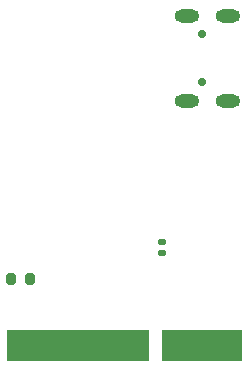
<source format=gbr>
G04 #@! TF.GenerationSoftware,KiCad,Pcbnew,(6.0.1)*
G04 #@! TF.CreationDate,2022-02-18T21:00:09+08:00*
G04 #@! TF.ProjectId,STM32_FOC_Board,53544d33-325f-4464-9f43-5f426f617264,rev?*
G04 #@! TF.SameCoordinates,Original*
G04 #@! TF.FileFunction,Soldermask,Bot*
G04 #@! TF.FilePolarity,Negative*
%FSLAX46Y46*%
G04 Gerber Fmt 4.6, Leading zero omitted, Abs format (unit mm)*
G04 Created by KiCad (PCBNEW (6.0.1)) date 2022-02-18 21:00:09*
%MOMM*%
%LPD*%
G01*
G04 APERTURE LIST*
G04 Aperture macros list*
%AMRoundRect*
0 Rectangle with rounded corners*
0 $1 Rounding radius*
0 $2 $3 $4 $5 $6 $7 $8 $9 X,Y pos of 4 corners*
0 Add a 4 corners polygon primitive as box body*
4,1,4,$2,$3,$4,$5,$6,$7,$8,$9,$2,$3,0*
0 Add four circle primitives for the rounded corners*
1,1,$1+$1,$2,$3*
1,1,$1+$1,$4,$5*
1,1,$1+$1,$6,$7*
1,1,$1+$1,$8,$9*
0 Add four rect primitives between the rounded corners*
20,1,$1+$1,$2,$3,$4,$5,0*
20,1,$1+$1,$4,$5,$6,$7,0*
20,1,$1+$1,$6,$7,$8,$9,0*
20,1,$1+$1,$8,$9,$2,$3,0*%
G04 Aperture macros list end*
%ADD10C,0.100000*%
%ADD11O,2.100600X1.102400*%
%ADD12C,0.701000*%
%ADD13RoundRect,0.200000X0.200000X0.275000X-0.200000X0.275000X-0.200000X-0.275000X0.200000X-0.275000X0*%
%ADD14RoundRect,0.140000X-0.170000X0.140000X-0.170000X-0.140000X0.170000X-0.140000X0.170000X0.140000X0*%
G04 APERTURE END LIST*
D10*
X143224999Y-111887508D02*
X149924999Y-111887508D01*
X149924999Y-111887508D02*
X149924999Y-109387508D01*
X149924999Y-109387508D02*
X143224999Y-109387508D01*
X143224999Y-109387508D02*
X143224999Y-111887508D01*
G36*
X149924999Y-111887508D02*
G01*
X143224999Y-111887508D01*
X143224999Y-109387508D01*
X149924999Y-109387508D01*
X149924999Y-111887508D01*
G37*
X149924999Y-111887508D02*
X143224999Y-111887508D01*
X143224999Y-109387508D01*
X149924999Y-109387508D01*
X149924999Y-111887508D01*
X130074999Y-111887508D02*
X142024999Y-111887508D01*
X142024999Y-111887508D02*
X142024999Y-109387508D01*
X142024999Y-109387508D02*
X130074999Y-109387508D01*
X130074999Y-109387508D02*
X130074999Y-111887508D01*
G36*
X142024999Y-111887508D02*
G01*
X130074999Y-111887508D01*
X130074999Y-109387508D01*
X142024999Y-109387508D01*
X142024999Y-111887508D01*
G37*
X142024999Y-111887508D02*
X130074999Y-111887508D01*
X130074999Y-109387508D01*
X142024999Y-109387508D01*
X142024999Y-111887508D01*
D11*
X148799600Y-82757000D03*
X148799600Y-89955400D03*
X145330000Y-82757000D03*
X145330000Y-89955400D03*
D12*
X146650800Y-88355200D03*
X146650800Y-84357200D03*
D13*
X132060200Y-105068100D03*
X130410200Y-105068100D03*
D14*
X143256000Y-101907400D03*
X143256000Y-102867400D03*
M02*

</source>
